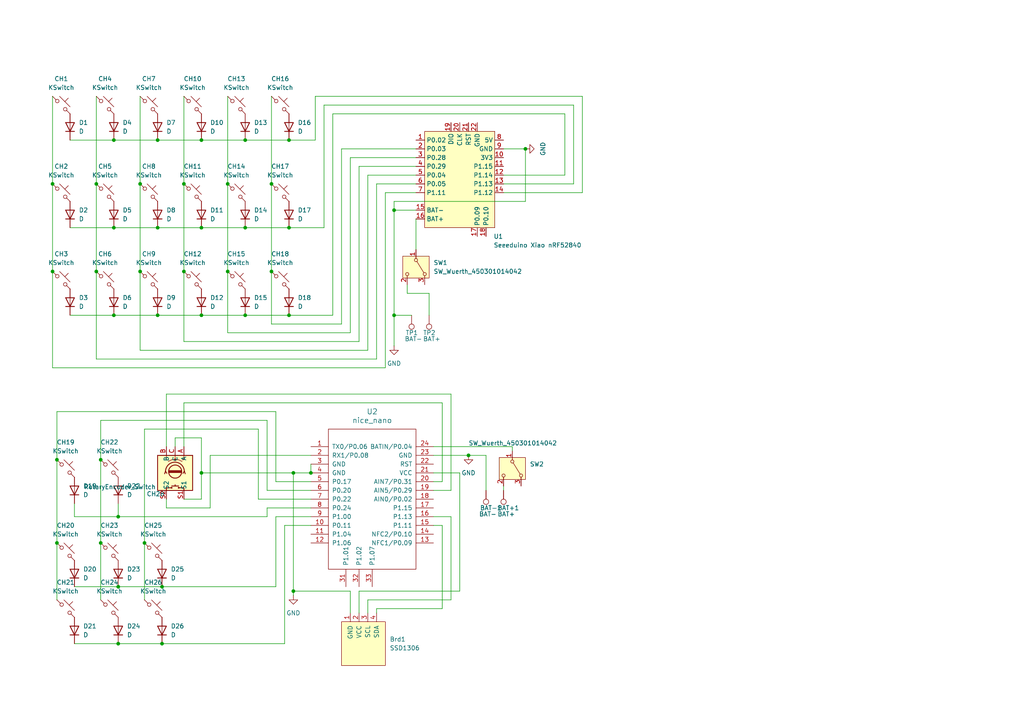
<source format=kicad_sch>
(kicad_sch (version 20231120) (generator "eeschema") (generator_version "8.0")
  (paper "A4")
  (lib_symbols
    (symbol "Connector:TestPoint" (pin_numbers hide) (pin_names (offset 0.762) hide)
      (property "Reference" "TP" (at 0 6.858 0))
      (property "Value" "TestPoint" (at 0 5.08 0))
      (symbol "TestPoint_0_1"
        (circle (center 0 3.302) (radius 0.762))
      )
      (symbol "TestPoint_1_1"
        (pin passive line (at 0 0 90) (length 2.54) (name "1") (number "1"))
      )
    )
    (symbol "Device:D" (pin_numbers hide) (pin_names (offset 1.016) hide)
      (property "Reference" "D" (at 0 2.54 0))
      (property "Value" "D" (at 0 -2.54 0))
      (symbol "D_0_1"
        (polyline (pts (xy -1.27 1.27) (xy -1.27 -1.27)) (stroke (width 0.254)))
        (polyline (pts (xy 1.27 0) (xy -1.27 0)))
        (polyline (pts (xy 1.27 1.27) (xy 1.27 -1.27) (xy -1.27 0) (xy 1.27 1.27)) (stroke (width 0.254)))
      )
      (symbol "D_1_1"
        (pin passive line (at -3.81 0 0) (length 2.54) (name "K") (number "1"))
        (pin passive line (at 3.81 0 180) (length 2.54) (name "A") (number "2"))
      )
    )
    (symbol "Device:RotaryEncoder_Switch" (pin_names (offset 0.254))
      (property "Reference" "SW" (at 0 6.604 0))
      (property "Value" "RotaryEncoder_Switch" (at 0 -6.604 0))
      (symbol "RotaryEncoder_Switch_0_1"
        (rectangle (start -5.08 5.08) (end 5.08 -5.08) (stroke (width 0.254)) (fill (type background)))
        (circle (center -3.81 0) (radius 0.254) (fill (type outline)))
        (circle (center -0.381 0) (radius 1.905) (stroke (width 0.254)))
        (arc (start -0.381 2.667) (mid -3.0988 -0.0635) (end -0.381 -2.794) (stroke (width 0.254)))
        (polyline (pts (xy -0.635 -1.778) (xy -0.635 1.778)) (stroke (width 0.254)))
        (polyline (pts (xy -0.381 -1.778) (xy -0.381 1.778)) (stroke (width 0.254)))
        (polyline (pts (xy -0.127 1.778) (xy -0.127 -1.778)) (stroke (width 0.254)))
        (polyline (pts (xy 3.81 0) (xy 3.429 0)) (stroke (width 0.254)))
        (polyline (pts (xy 3.81 1.016) (xy 3.81 -1.016)) (stroke (width 0.254)))
        (polyline (pts (xy -5.08 -2.54) (xy -3.81 -2.54) (xy -3.81 -2.032)))
        (polyline (pts (xy -5.08 2.54) (xy -3.81 2.54) (xy -3.81 2.032)))
        (polyline (pts (xy 0.254 -3.048) (xy -0.508 -2.794) (xy 0.127 -2.413)) (stroke (width 0.254)))
        (polyline (pts (xy 0.254 2.921) (xy -0.508 2.667) (xy 0.127 2.286)) (stroke (width 0.254)))
        (polyline (pts (xy 5.08 -2.54) (xy 4.318 -2.54) (xy 4.318 -1.016)) (stroke (width 0.254)))
        (polyline (pts (xy 5.08 2.54) (xy 4.318 2.54) (xy 4.318 1.016)) (stroke (width 0.254)))
        (polyline (pts (xy -5.08 0) (xy -3.81 0) (xy -3.81 -1.016) (xy -3.302 -2.032)))
        (polyline (pts (xy -4.318 0) (xy -3.81 0) (xy -3.81 1.016) (xy -3.302 2.032)))
        (circle (center 4.318 -1.016) (radius 0.127) (stroke (width 0.254)))
        (circle (center 4.318 1.016) (radius 0.127) (stroke (width 0.254)))
      )
      (symbol "RotaryEncoder_Switch_1_1"
        (pin passive line (at -7.62 2.54 0) (length 2.54) (name "A") (number "A"))
        (pin passive line (at -7.62 -2.54 0) (length 2.54) (name "B") (number "B"))
        (pin passive line (at -7.62 0 0) (length 2.54) (name "C") (number "C"))
        (pin passive line (at 7.62 2.54 180) (length 2.54) (name "S1") (number "S1"))
        (pin passive line (at 7.62 -2.54 180) (length 2.54) (name "S2") (number "S2"))
      )
    )
    (symbol "SSD1306-128x64_OLED:SSD1306" (pin_names (offset 1.016))
      (property "Reference" "Brd" (at 0 -3.81 0))
      (property "Value" "SSD1306" (at 0 -1.27 0))
      (symbol "SSD1306_0_1"
        (rectangle (start -6.35 6.35) (end 6.35 -6.35) (fill (type background)))
      )
      (symbol "SSD1306_1_1"
        (pin input line (at -3.81 8.89 270) (length 2.54) (name "GND") (number "1"))
        (pin input line (at -1.27 8.89 270) (length 2.54) (name "VCC") (number "2"))
        (pin input line (at 1.27 8.89 270) (length 2.54) (name "SCL") (number "3"))
        (pin input line (at 3.81 8.89 270) (length 2.54) (name "SDA") (number "4"))
      )
    )
    (symbol "Switch:SW_Wuerth_450301014042" (pin_names (offset 1) hide)
      (property "Reference" "SW" (at 0 5.08 0))
      (property "Value" "SW_Wuerth_450301014042" (at 0 -5.08 0))
      (symbol "SW_Wuerth_450301014042_0_1"
        (circle (center -2.032 0) (radius 0.4572))
        (polyline (pts (xy -1.651 0.254) (xy 1.651 2.286)))
        (circle (center 2.032 -2.54) (radius 0.4572))
        (circle (center 2.032 2.54) (radius 0.4572))
      )
      (symbol "SW_Wuerth_450301014042_1_1"
        (rectangle (start -3.175 3.81) (end 3.175 -3.81) (fill (type background)))
        (pin passive line (at -5.08 0 0) (length 2.54) (name "B") (number "1"))
        (pin passive line (at 5.08 -2.54 180) (length 2.54) (name "C") (number "2"))
        (pin passive line (at 5.08 2.54 180) (length 2.54) (name "A") (number "3"))
      )
    )
    (symbol "marbastlib-choc:choc_v1_SW_HS_CPG135001S30" (pin_numbers hide) (pin_names (offset 1.016) hide)
      (property "Reference" "CH" (at 3.048 1.016 0))
      (property "Value" "choc_v1_SW_HS" (at 0 -3.81 0))
      (symbol "choc_v1_SW_HS_CPG135001S30_0_1"
        (circle (center -1.1684 1.1684) (radius 0.508))
        (polyline (pts (xy -0.508 2.54) (xy 2.54 -0.508)))
        (polyline (pts (xy 1.016 1.016) (xy 2.032 2.032)))
        (polyline (pts (xy -2.54 2.54) (xy -1.524 1.524) (xy -1.524 1.524)))
        (polyline (pts (xy 1.524 -1.524) (xy 2.54 -2.54) (xy 2.54 -2.54) (xy 2.54 -2.54)))
        (circle (center 1.143 -1.1938) (radius 0.508))
        (pin passive line (at -2.54 2.54 0) (length 0) (name "1") (number "1"))
        (pin passive line (at 2.54 -2.54 180) (length 0) (name "2") (number "2"))
      )
    )
    (symbol "marbastlib-promicroish:Seeeduino_Xiao_nRF52840" (in_bom no)
      (property "Reference" "U" (at -10.16 -12.7 0))
      (property "Value" "Seeeduino Xiao nRF52840" (at -10.16 -15.24 0))
      (symbol "Seeeduino_Xiao_nRF52840_1_0"
        (pin bidirectional line (at -12.7 13.97 0) (length 2.54) (name "P0.02") (number "1"))
        (pin power_out line (at 12.7 8.89 180) (length 2.54) (name "3V3") (number "10"))
        (pin bidirectional line (at 12.7 6.35 180) (length 2.54) (name "P1.15") (number "11"))
        (pin bidirectional line (at 12.7 3.81 180) (length 2.54) (name "P1.14") (number "12"))
        (pin bidirectional line (at 12.7 1.27 180) (length 2.54) (name "P1.13") (number "13"))
        (pin bidirectional line (at 12.7 -1.27 180) (length 2.54) (name "P1.12") (number "14"))
        (pin power_in line (at -12.7 -6.35 0) (length 2.54) (name "BAT-") (number "15"))
        (pin power_in line (at -12.7 -8.89 0) (length 2.54) (name "BAT+") (number "16"))
        (pin bidirectional line (at 5.08 -13.97 90) (length 2.54) (name "P0.09") (number "17"))
        (pin bidirectional line (at 7.62 -13.97 90) (length 2.54) (name "P0.10") (number "18"))
        (pin bidirectional line (at -2.54 19.05 270) (length 2.54) (name "DIO") (number "19"))
        (pin bidirectional line (at -12.7 11.43 0) (length 2.54) (name "P0.03") (number "2"))
        (pin bidirectional line (at 0 19.05 270) (length 2.54) (name "CLK") (number "20"))
        (pin bidirectional line (at 2.54 19.05 270) (length 2.54) (name "RST") (number "21"))
        (pin power_out line (at 5.08 19.05 270) (length 2.54) (name "GND") (number "22"))
        (pin bidirectional line (at -12.7 8.89 0) (length 2.54) (name "P0.28") (number "3"))
        (pin bidirectional line (at -12.7 6.35 0) (length 2.54) (name "P0.29") (number "4"))
        (pin bidirectional line (at -12.7 3.81 0) (length 2.54) (name "P0.04") (number "5"))
        (pin bidirectional line (at -12.7 1.27 0) (length 2.54) (name "P0.05") (number "6"))
        (pin bidirectional line (at -12.7 -1.27 0) (length 2.54) (name "P1.11") (number "7"))
        (pin power_out line (at 12.7 13.97 180) (length 2.54) (name "5V") (number "8"))
        (pin power_out line (at 12.7 11.43 180) (length 2.54) (name "GND") (number "9"))
      )
      (symbol "Seeeduino_Xiao_nRF52840_1_1"
        (rectangle (start -10.16 16.51) (end 10.16 -11.43) (fill (type background)))
      )
    )
    (symbol "nice_nano:nice_nano" (pin_names (offset 1.016))
      (property "Reference" "U" (at 0 0 0))
      (property "Value" "nice_nano" (at 0 2.54 0))
      (symbol "nice_nano_0_1"
        (rectangle (start -12.7 -21.59) (end 12.7 19.05))
      )
      (symbol "nice_nano_1_1"
        (pin input line (at -17.78 13.97 0) (length 5.08) (name "TX0/P0.06") (number "1"))
        (pin input line (at -17.78 -8.89 0) (length 5.08) (name "P0.11") (number "10"))
        (pin input line (at -17.78 -11.43 0) (length 5.08) (name "P1.04") (number "11"))
        (pin input line (at -17.78 -13.97 0) (length 5.08) (name "P1.06") (number "12"))
        (pin input line (at 17.78 -13.97 180) (length 5.08) (name "NFC1/P0.09") (number "13"))
        (pin input line (at 17.78 -11.43 180) (length 5.08) (name "NFC2/P0.10") (number "14"))
        (pin input line (at 17.78 -8.89 180) (length 5.08) (name "P1.11") (number "15"))
        (pin input line (at 17.78 -6.35 180) (length 5.08) (name "P1.13") (number "16"))
        (pin input line (at 17.78 -3.81 180) (length 5.08) (name "P1.15") (number "17"))
        (pin input line (at 17.78 -1.27 180) (length 5.08) (name "AIN0/P0.02") (number "18"))
        (pin input line (at 17.78 1.27 180) (length 5.08) (name "AIN5/P0.29") (number "19"))
        (pin input line (at -17.78 11.43 0) (length 5.08) (name "RX1/P0.08") (number "2"))
        (pin input line (at 17.78 3.81 180) (length 5.08) (name "AIN7/P0.31") (number "20"))
        (pin input line (at 17.78 6.35 180) (length 5.08) (name "VCC") (number "21"))
        (pin input line (at 17.78 8.89 180) (length 5.08) (name "RST") (number "22"))
        (pin input line (at 17.78 11.43 180) (length 5.08) (name "GND") (number "23"))
        (pin input line (at 17.78 13.97 180) (length 5.08) (name "BATIN/P0.04") (number "24"))
        (pin input line (at -17.78 8.89 0) (length 5.08) (name "GND") (number "3"))
        (pin input line (at -7.62 -26.67 90) (length 5.08) (name "P1.01") (number "31"))
        (pin input line (at -3.81 -26.67 90) (length 5.08) (name "P1.02") (number "32"))
        (pin input line (at 0 -26.67 90) (length 5.08) (name "P1.07") (number "33"))
        (pin input line (at -17.78 6.35 0) (length 5.08) (name "GND") (number "4"))
        (pin input line (at -17.78 3.81 0) (length 5.08) (name "P0.17") (number "5"))
        (pin input line (at -17.78 1.27 0) (length 5.08) (name "P0.20") (number "6"))
        (pin input line (at -17.78 -1.27 0) (length 5.08) (name "P0.22") (number "7"))
        (pin input line (at -17.78 -3.81 0) (length 5.08) (name "P0.24") (number "8"))
        (pin input line (at -17.78 -6.35 0) (length 5.08) (name "P1.00") (number "9"))
      )
    )
    (symbol "power:GND" (power) (pin_numbers hide) (pin_names (offset 0) hide)
      (property "Value" "GND" (at 0 -3.81 0))
      (symbol "GND_0_1"
        (polyline (pts (xy 0 0) (xy 0 -1.27) (xy 1.27 -1.27) (xy 0 -2.54) (xy -1.27 -1.27) (xy 0 -1.27)))
      )
      (symbol "GND_1_1"
        (pin power_in line (at 0 0 270) (length 0) (name "~") (number "1"))
      )
    )
  )
  (junction (at 45.72 40.64))
  (junction (at 53.34 78.74))
  (junction (at 66.04 53.34))
  (junction (at 40.64 53.34))
  (junction (at 46.99 170.18))
  (junction (at 34.29 149.86))
  (junction (at 33.02 40.64))
  (junction (at 27.94 78.74))
  (junction (at 83.82 66.04))
  (junction (at 58.42 91.44))
  (junction (at 40.64 78.74))
  (junction (at 85.09 137.16))
  (junction (at 114.3 60.96))
  (junction (at 16.51 133.35))
  (junction (at 15.24 78.74))
  (junction (at 71.12 91.44))
  (junction (at 33.02 91.44))
  (junction (at 53.34 53.34))
  (junction (at 78.74 78.74))
  (junction (at 33.02 66.04))
  (junction (at 152.4 43.18))
  (junction (at 45.72 66.04))
  (junction (at 58.42 66.04))
  (junction (at 83.82 40.64))
  (junction (at 58.42 137.16))
  (junction (at 46.99 186.69))
  (junction (at 83.82 91.44))
  (junction (at 34.29 170.18))
  (junction (at 58.42 40.64))
  (junction (at 29.21 157.48))
  (junction (at 78.74 53.34))
  (junction (at 27.94 53.34))
  (junction (at 16.51 157.48))
  (junction (at 45.72 91.44))
  (junction (at 34.29 186.69))
  (junction (at 71.12 40.64))
  (junction (at 114.3 91.44))
  (junction (at 66.04 78.74))
  (junction (at 90.17 137.16))
  (junction (at 15.24 53.34))
  (junction (at 29.21 133.35))
  (junction (at 71.12 66.04))
  (junction (at 135.89 132.08))
  (junction (at 41.91 157.48))
  (junction (at 85.09 171.45))
  (wire (pts (xy 46.99 170.18) (xy 80.01 170.18)))
  (wire (pts (xy 114.3 91.44) (xy 119.38 91.44)))
  (wire (pts (xy 21.59 149.86) (xy 34.29 149.86)))
  (wire (pts (xy 78.74 78.74) (xy 78.74 93.98)))
  (wire (pts (xy 109.22 53.34) (xy 120.65 53.34)))
  (wire (pts (xy 77.47 121.92) (xy 77.47 142.24)))
  (wire (pts (xy 27.94 27.94) (xy 27.94 53.34)))
  (wire (pts (xy 74.93 144.78) (xy 90.17 144.78)))
  (wire (pts (xy 91.44 40.64) (xy 91.44 27.94)))
  (wire (pts (xy 96.52 91.44) (xy 96.52 33.02)))
  (wire (pts (xy 135.89 132.08) (xy 140.97 132.08)))
  (wire (pts (xy 46.99 186.69) (xy 82.55 186.69)))
  (wire (pts (xy 15.24 78.74) (xy 15.24 53.34)))
  (wire (pts (xy 60.96 147.32) (xy 60.96 132.08)))
  (wire (pts (xy 133.35 137.16) (xy 125.73 137.16)))
  (wire (pts (xy 101.6 171.45) (xy 85.09 171.45)))
  (wire (pts (xy 101.6 45.72) (xy 120.65 45.72)))
  (wire (pts (xy 85.09 171.45) (xy 85.09 172.72)))
  (wire (pts (xy 48.26 144.78) (xy 48.26 147.32)))
  (wire (pts (xy 80.01 149.86) (xy 80.01 170.18)))
  (wire (pts (xy 82.55 152.4) (xy 82.55 186.69)))
  (wire (pts (xy 93.98 30.48) (xy 166.37 30.48)))
  (wire (pts (xy 27.94 104.14) (xy 109.22 104.14)))
  (wire (pts (xy 20.32 91.44) (xy 33.02 91.44)))
  (wire (pts (xy 33.02 40.64) (xy 45.72 40.64)))
  (wire (pts (xy 34.29 149.86) (xy 77.47 149.86)))
  (wire (pts (xy 29.21 121.92) (xy 29.21 133.35)))
  (wire (pts (xy 34.29 186.69) (xy 46.99 186.69)))
  (wire (pts (xy 128.27 152.4) (xy 125.73 152.4)))
  (wire (pts (xy 33.02 66.04) (xy 45.72 66.04)))
  (wire (pts (xy 16.51 119.38) (xy 16.51 133.35)))
  (wire (pts (xy 27.94 78.74) (xy 27.94 104.14)))
  (wire (pts (xy 66.04 96.52) (xy 101.6 96.52)))
  (wire (pts (xy 77.47 142.24) (xy 90.17 142.24)))
  (wire (pts (xy 53.34 78.74) (xy 53.34 99.06)))
  (wire (pts (xy 104.14 48.26) (xy 104.14 99.06)))
  (wire (pts (xy 101.6 177.8) (xy 101.6 171.45)))
  (wire (pts (xy 66.04 53.34) (xy 66.04 78.74)))
  (wire (pts (xy 77.47 147.32) (xy 90.17 147.32)))
  (wire (pts (xy 128.27 176.53) (xy 128.27 152.4)))
  (wire (pts (xy 152.4 43.18) (xy 152.4 58.42)))
  (wire (pts (xy 71.12 40.64) (xy 83.82 40.64)))
  (wire (pts (xy 130.81 173.99) (xy 130.81 149.86)))
  (wire (pts (xy 114.3 58.42) (xy 152.4 58.42)))
  (wire (pts (xy 74.93 124.46) (xy 74.93 144.78)))
  (wire (pts (xy 125.73 132.08) (xy 135.89 132.08)))
  (wire (pts (xy 21.59 170.18) (xy 34.29 170.18)))
  (wire (pts (xy 78.74 93.98) (xy 99.06 93.98)))
  (wire (pts (xy 58.42 137.16) (xy 58.42 144.78)))
  (wire (pts (xy 130.81 142.24) (xy 125.73 142.24)))
  (wire (pts (xy 114.3 60.96) (xy 114.3 91.44)))
  (wire (pts (xy 48.26 147.32) (xy 60.96 147.32)))
  (wire (pts (xy 66.04 27.94) (xy 66.04 53.34)))
  (wire (pts (xy 71.12 91.44) (xy 83.82 91.44)))
  (wire (pts (xy 125.73 129.54) (xy 148.59 129.54)))
  (wire (pts (xy 125.73 139.7) (xy 128.27 139.7)))
  (wire (pts (xy 166.37 30.48) (xy 166.37 53.34)))
  (wire (pts (xy 16.51 133.35) (xy 16.51 157.48)))
  (wire (pts (xy 140.97 132.08) (xy 140.97 142.24)))
  (wire (pts (xy 120.65 63.5) (xy 120.65 72.39)))
  (wire (pts (xy 34.29 149.86) (xy 34.29 146.05)))
  (wire (pts (xy 168.91 27.94) (xy 168.91 55.88)))
  (wire (pts (xy 53.34 27.94) (xy 53.34 53.34)))
  (wire (pts (xy 80.01 119.38) (xy 80.01 139.7)))
  (wire (pts (xy 106.68 50.8) (xy 106.68 101.6)))
  (wire (pts (xy 48.26 114.3) (xy 130.81 114.3)))
  (wire (pts (xy 53.34 129.54) (xy 53.34 116.84)))
  (wire (pts (xy 16.51 157.48) (xy 16.51 173.99)))
  (wire (pts (xy 106.68 50.8) (xy 120.65 50.8)))
  (wire (pts (xy 15.24 78.74) (xy 15.24 106.68)))
  (wire (pts (xy 58.42 66.04) (xy 71.12 66.04)))
  (wire (pts (xy 83.82 66.04) (xy 93.98 66.04)))
  (wire (pts (xy 104.14 177.8) (xy 104.14 171.45)))
  (wire (pts (xy 40.64 53.34) (xy 40.64 78.74)))
  (wire (pts (xy 53.34 116.84) (xy 128.27 116.84)))
  (wire (pts (xy 93.98 66.04) (xy 93.98 30.48)))
  (wire (pts (xy 15.24 106.68) (xy 111.76 106.68)))
  (wire (pts (xy 80.01 149.86) (xy 90.17 149.86)))
  (wire (pts (xy 104.14 171.45) (xy 133.35 171.45)))
  (wire (pts (xy 60.96 132.08) (xy 90.17 132.08)))
  (wire (pts (xy 120.65 60.96) (xy 114.3 60.96)))
  (wire (pts (xy 99.06 43.18) (xy 120.65 43.18)))
  (wire (pts (xy 114.3 60.96) (xy 114.3 58.42)))
  (wire (pts (xy 16.51 119.38) (xy 80.01 119.38)))
  (wire (pts (xy 83.82 91.44) (xy 96.52 91.44)))
  (wire (pts (xy 114.3 91.44) (xy 114.3 100.33)))
  (wire (pts (xy 82.55 152.4) (xy 90.17 152.4)))
  (wire (pts (xy 45.72 40.64) (xy 58.42 40.64)))
  (wire (pts (xy 21.59 186.69) (xy 34.29 186.69)))
  (wire (pts (xy 91.44 27.94) (xy 168.91 27.94)))
  (wire (pts (xy 66.04 78.74) (xy 66.04 96.52)))
  (wire (pts (xy 130.81 149.86) (xy 125.73 149.86)))
  (wire (pts (xy 53.34 144.78) (xy 58.42 144.78)))
  (wire (pts (xy 109.22 53.34) (xy 109.22 104.14)))
  (wire (pts (xy 83.82 40.64) (xy 91.44 40.64)))
  (wire (pts (xy 146.05 53.34) (xy 166.37 53.34)))
  (wire (pts (xy 163.83 50.8) (xy 146.05 50.8)))
  (wire (pts (xy 128.27 116.84) (xy 128.27 139.7)))
  (wire (pts (xy 50.8 129.54) (xy 50.8 127)))
  (wire (pts (xy 109.22 176.53) (xy 128.27 176.53)))
  (wire (pts (xy 40.64 27.94) (xy 40.64 53.34)))
  (wire (pts (xy 130.81 114.3) (xy 130.81 142.24)))
  (wire (pts (xy 21.59 149.86) (xy 21.59 146.05)))
  (wire (pts (xy 85.09 137.16) (xy 90.17 137.16)))
  (wire (pts (xy 101.6 45.72) (xy 101.6 96.52)))
  (wire (pts (xy 33.02 91.44) (xy 45.72 91.44)))
  (wire (pts (xy 152.4 43.18) (xy 146.05 43.18)))
  (wire (pts (xy 80.01 139.7) (xy 90.17 139.7)))
  (wire (pts (xy 109.22 176.53) (xy 109.22 177.8)))
  (wire (pts (xy 40.64 101.6) (xy 106.68 101.6)))
  (wire (pts (xy 53.34 99.06) (xy 104.14 99.06)))
  (wire (pts (xy 104.14 48.26) (xy 120.65 48.26)))
  (wire (pts (xy 20.32 66.04) (xy 33.02 66.04)))
  (wire (pts (xy 40.64 78.74) (xy 40.64 101.6)))
  (wire (pts (xy 53.34 53.34) (xy 53.34 78.74)))
  (wire (pts (xy 148.59 129.54) (xy 148.59 130.81)))
  (wire (pts (xy 146.05 140.97) (xy 146.05 142.24)))
  (wire (pts (xy 45.72 91.44) (xy 58.42 91.44)))
  (wire (pts (xy 74.93 124.46) (xy 41.91 124.46)))
  (wire (pts (xy 58.42 91.44) (xy 71.12 91.44)))
  (wire (pts (xy 90.17 134.62) (xy 90.17 137.16)))
  (wire (pts (xy 71.12 66.04) (xy 83.82 66.04)))
  (wire (pts (xy 15.24 53.34) (xy 15.24 27.94)))
  (wire (pts (xy 41.91 157.48) (xy 41.91 173.99)))
  (wire (pts (xy 111.76 55.88) (xy 111.76 106.68)))
  (wire (pts (xy 20.32 40.64) (xy 33.02 40.64)))
  (wire (pts (xy 163.83 33.02) (xy 163.83 50.8)))
  (wire (pts (xy 118.11 85.09) (xy 118.11 82.55)))
  (wire (pts (xy 133.35 171.45) (xy 133.35 137.16)))
  (wire (pts (xy 29.21 157.48) (xy 29.21 173.99)))
  (wire (pts (xy 106.68 177.8) (xy 106.68 173.99)))
  (wire (pts (xy 78.74 27.94) (xy 78.74 53.34)))
  (wire (pts (xy 29.21 121.92) (xy 77.47 121.92)))
  (wire (pts (xy 77.47 149.86) (xy 77.47 147.32)))
  (wire (pts (xy 29.21 133.35) (xy 29.21 157.48)))
  (wire (pts (xy 50.8 127) (xy 58.42 127)))
  (wire (pts (xy 111.76 55.88) (xy 120.65 55.88)))
  (wire (pts (xy 34.29 170.18) (xy 46.99 170.18)))
  (wire (pts (xy 78.74 53.34) (xy 78.74 78.74)))
  (wire (pts (xy 48.26 129.54) (xy 48.26 114.3)))
  (wire (pts (xy 27.94 53.34) (xy 27.94 78.74)))
  (wire (pts (xy 96.52 33.02) (xy 163.83 33.02)))
  (wire (pts (xy 58.42 137.16) (xy 85.09 137.16)))
  (wire (pts (xy 41.91 124.46) (xy 41.91 157.48)))
  (wire (pts (xy 106.68 173.99) (xy 130.81 173.99)))
  (wire (pts (xy 58.42 127) (xy 58.42 137.16)))
  (wire (pts (xy 85.09 171.45) (xy 85.09 137.16)))
  (wire (pts (xy 58.42 40.64) (xy 71.12 40.64)))
  (wire (pts (xy 124.46 85.09) (xy 118.11 85.09)))
  (wire (pts (xy 45.72 66.04) (xy 58.42 66.04)))
  (wire (pts (xy 99.06 93.98) (xy 99.06 43.18)))
  (wire (pts (xy 146.05 55.88) (xy 168.91 55.88)))
  (wire (pts (xy 124.46 91.44) (xy 124.46 85.09)))
  (symbol (lib_id "marbastlib-choc:choc_v1_SW_HS_CPG135001S30") (at 31.75 135.89 0) (unit 1)
    (property "Reference" "CH22" (at 31.75 128.27 0))
    (property "Value" "KSwitch" (at 31.75 130.81 0))
    (property "Footprint" "keyswitches:Kailh_socket_PG1350_reversible" (effects (hide yes)))
    (property "Description" "Push button switch, normally open, two pins, 45° tilted" (effects (hide yes)))
  )
  (symbol (lib_id "Connector:TestPoint") (at 146.05 142.24 180) (unit 1)
    (property "Reference" "BAT+1" (at 144.272 147.32 0) (effects (justify right)))
    (property "Value" "BAT+" (at 144.272 149.098 0) (effects (justify right)))
    (property "Footprint" "TestPoint:TestPoint_THTPad_D2.0mm_Drill1.0mm" (effects (hide yes)))
    (property "Description" "test point" (effects (hide yes)))
  )
  (symbol (lib_id "marbastlib-choc:choc_v1_SW_HS_CPG135001S30") (at 68.58 55.88 0) (unit 1)
    (property "Reference" "CH14" (at 68.58 48.26 0))
    (property "Value" "KSwitch" (at 68.58 50.8 0))
    (property "Footprint" "keyswitches:Kailh_socket_PG1350_reversible" (effects (hide yes)))
    (property "Description" "Push button switch, normally open, two pins, 45° tilted" (effects (hide yes)))
  )
  (symbol (lib_id "marbastlib-choc:choc_v1_SW_HS_CPG135001S30") (at 43.18 30.48 0) (unit 1)
    (property "Reference" "CH7" (at 43.18 22.86 0))
    (property "Value" "KSwitch" (at 43.18 25.4 0))
    (property "Footprint" "keyswitches:Kailh_socket_PG1350_reversible" (effects (hide yes)))
    (property "Description" "Push button switch, normally open, two pins, 45° tilted" (effects (hide yes)))
  )
  (symbol (lib_id "SSD1306-128x64_OLED:SSD1306") (at 105.41 186.69 0) (unit 1)
    (property "Reference" "Brd1" (at 113.03 185.4199 0) (effects (justify left)))
    (property "Value" "SSD1306" (at 113.03 187.9599 0) (effects (justify left)))
    (property "Footprint" "SSD1306:128x64OLED_0.91" (effects (hide yes)))
    (property "Description" "SSD1306 OLED" (effects (hide yes)))
  )
  (symbol (lib_id "marbastlib-choc:choc_v1_SW_HS_CPG135001S30") (at 81.28 55.88 0) (unit 1)
    (property "Reference" "CH17" (at 81.28 48.26 0))
    (property "Value" "KSwitch" (at 81.28 50.8 0))
    (property "Footprint" "keyswitches:Kailh_socket_PG1350_reversible" (effects (hide yes)))
    (property "Description" "Push button switch, normally open, two pins, 45° tilted" (effects (hide yes)))
  )
  (symbol (lib_id "marbastlib-choc:choc_v1_SW_HS_CPG135001S30") (at 81.28 30.48 0) (unit 1)
    (property "Reference" "CH16" (at 81.28 22.86 0))
    (property "Value" "KSwitch" (at 81.28 25.4 0))
    (property "Footprint" "keyswitches:Kailh_socket_PG1350_reversible" (effects (hide yes)))
    (property "Description" "Push button switch, normally open, two pins, 45° tilted" (effects (hide yes)))
  )
  (symbol (lib_id "Device:D") (at 34.29 142.24 90) (unit 1)
    (property "Reference" "D22" (at 36.83 140.9699 90) (effects (justify right)))
    (property "Value" "D" (at 36.83 143.5099 90) (effects (justify right)))
    (property "Footprint" "Diode_SMD:Nexperia_CFP3_SOD-123W" (effects (hide yes)))
    (property "Description" "Diode" (effects (hide yes)))
    (property "Sim.Device" "D" (effects (hide yes)))
    (property "Sim.Pins" "1=K 2=A" (effects (hide yes)))
  )
  (symbol (lib_id "marbastlib-choc:choc_v1_SW_HS_CPG135001S30") (at 31.75 176.53 0) (unit 1)
    (property "Reference" "CH24" (at 31.75 168.91 0))
    (property "Value" "KSwitch" (at 31.75 171.45 0))
    (property "Footprint" "keyswitches:Kailh_socket_PG1350_reversible" (effects (hide yes)))
    (property "Description" "Push button switch, normally open, two pins, 45° tilted" (effects (hide yes)))
  )
  (symbol (lib_id "Device:RotaryEncoder_Switch") (at 50.8 137.16 270) (unit 1)
    (property "Reference" "CH28" (at 47.752 143.256 90) (effects (justify right)))
    (property "Value" "RotaryEncoder_Switch" (at 45.212 141.224 90) (effects (justify right)))
    (property "Footprint" "Rotary_Encoder:RotaryEncoder_Bourns_Vertical_PEL11L-4xxxF-Sxxxx_1" (effects (hide yes)))
    (property "Description" "Rotary encoder, dual channel, incremental quadrate outputs, with switch" (effects (hide yes)))
  )
  (symbol (lib_id "Device:D") (at 46.99 182.88 90) (unit 1)
    (property "Reference" "D26" (at 49.53 181.6099 90) (effects (justify right)))
    (property "Value" "D" (at 49.53 184.1499 90) (effects (justify right)))
    (property "Footprint" "Diode_SMD:Nexperia_CFP3_SOD-123W" (effects (hide yes)))
    (property "Description" "Diode" (effects (hide yes)))
    (property "Sim.Device" "D" (effects (hide yes)))
    (property "Sim.Pins" "1=K 2=A" (effects (hide yes)))
  )
  (symbol (lib_id "marbastlib-choc:choc_v1_SW_HS_CPG135001S30") (at 68.58 81.28 0) (unit 1)
    (property "Reference" "CH15" (at 68.58 73.66 0))
    (property "Value" "KSwitch" (at 68.58 76.2 0))
    (property "Footprint" "keyswitches:Kailh_socket_PG1350_reversible" (effects (hide yes)))
    (property "Description" "Push button switch, normally open, two pins, 45° tilted" (effects (hide yes)))
  )
  (symbol (lib_id "Device:D") (at 58.42 62.23 90) (unit 1)
    (property "Reference" "D11" (at 60.96 60.9599 90) (effects (justify right)))
    (property "Value" "D" (at 60.96 63.4999 90) (effects (justify right)))
    (property "Footprint" "Diode_SMD:Nexperia_CFP3_SOD-123W" (effects (hide yes)))
    (property "Description" "Diode" (effects (hide yes)))
    (property "Sim.Device" "D" (effects (hide yes)))
    (property "Sim.Pins" "1=K 2=A" (effects (hide yes)))
  )
  (symbol (lib_id "marbastlib-choc:choc_v1_SW_HS_CPG135001S30") (at 68.58 30.48 0) (unit 1)
    (property "Reference" "CH13" (at 68.58 22.86 0))
    (property "Value" "KSwitch" (at 68.58 25.4 0))
    (property "Footprint" "keyswitches:Kailh_socket_PG1350_reversible" (effects (hide yes)))
    (property "Description" "Push button switch, normally open, two pins, 45° tilted" (effects (hide yes)))
  )
  (symbol (lib_id "marbastlib-choc:choc_v1_SW_HS_CPG135001S30") (at 81.28 81.28 0) (unit 1)
    (property "Reference" "CH18" (at 81.28 73.66 0))
    (property "Value" "KSwitch" (at 81.28 76.2 0))
    (property "Footprint" "keyswitches:Kailh_socket_PG1350_reversible" (effects (hide yes)))
    (property "Description" "Push button switch, normally open, two pins, 45° tilted" (effects (hide yes)))
  )
  (symbol (lib_id "marbastlib-choc:choc_v1_SW_HS_CPG135001S30") (at 17.78 55.88 0) (unit 1)
    (property "Reference" "CH2" (at 17.78 48.26 0))
    (property "Value" "KSwitch" (at 17.78 50.8 0))
    (property "Footprint" "keyswitches:Kailh_socket_PG1350_reversible" (effects (hide yes)))
    (property "Description" "Push button switch, normally open, two pins, 45° tilted" (effects (hide yes)))
  )
  (symbol (lib_id "marbastlib-choc:choc_v1_SW_HS_CPG135001S30") (at 30.48 30.48 0) (unit 1)
    (property "Reference" "CH4" (at 30.48 22.86 0))
    (property "Value" "KSwitch" (at 30.48 25.4 0))
    (property "Footprint" "keyswitches:Kailh_socket_PG1350_reversible" (effects (hide yes)))
    (property "Description" "Push button switch, normally open, two pins, 45° tilted" (effects (hide yes)))
  )
  (symbol (lib_id "Device:D") (at 33.02 62.23 90) (unit 1)
    (property "Reference" "D5" (at 35.56 60.9599 90) (effects (justify right)))
    (property "Value" "D" (at 35.56 63.4999 90) (effects (justify right)))
    (property "Footprint" "Diode_SMD:Nexperia_CFP3_SOD-123W" (effects (hide yes)))
    (property "Description" "Diode" (effects (hide yes)))
    (property "Sim.Device" "D" (effects (hide yes)))
    (property "Sim.Pins" "1=K 2=A" (effects (hide yes)))
  )
  (symbol (lib_id "marbastlib-choc:choc_v1_SW_HS_CPG135001S30") (at 55.88 55.88 0) (unit 1)
    (property "Reference" "CH11" (at 55.88 48.26 0))
    (property "Value" "KSwitch" (at 55.88 50.8 0))
    (property "Footprint" "keyswitches:Kailh_socket_PG1350_reversible" (effects (hide yes)))
    (property "Description" "Push button switch, normally open, two pins, 45° tilted" (effects (hide yes)))
  )
  (symbol (lib_id "nice_nano:nice_nano") (at 107.95 143.51 0) (unit 1)
    (property "Reference" "U2" (at 107.95 119.38 0) (effects (font (size 1.524 1.524))))
    (property "Value" "nice_nano" (at 107.95 121.92 0) (effects (font (size 1.524 1.524))))
    (property "Footprint" "nice-nano-kicad:nice_nano" (effects (hide yes)))
  )
  (symbol (lib_id "Device:D") (at 20.32 87.63 90) (unit 1)
    (property "Reference" "D3" (at 22.86 86.3599 90) (effects (justify right)))
    (property "Value" "D" (at 22.86 88.8999 90) (effects (justify right)))
    (property "Footprint" "Diode_SMD:Nexperia_CFP3_SOD-123W" (effects (hide yes)))
    (property "Description" "Diode" (effects (hide yes)))
    (property "Sim.Device" "D" (effects (hide yes)))
    (property "Sim.Pins" "1=K 2=A" (effects (hide yes)))
  )
  (symbol (lib_id "Device:D") (at 21.59 142.24 90) (unit 1)
    (property "Reference" "D19" (at 24.13 140.9699 90) (effects (justify right)))
    (property "Value" "D" (at 24.13 143.5099 90) (effects (justify right)))
    (property "Footprint" "Diode_SMD:Nexperia_CFP3_SOD-123W" (effects (hide yes)))
    (property "Description" "Diode" (effects (hide yes)))
    (property "Sim.Device" "D" (effects (hide yes)))
    (property "Sim.Pins" "1=K 2=A" (effects (hide yes)))
  )
  (symbol (lib_id "Device:D") (at 33.02 87.63 90) (unit 1)
    (property "Reference" "D6" (at 35.56 86.3599 90) (effects (justify right)))
    (property "Value" "D" (at 35.56 88.8999 90) (effects (justify right)))
    (property "Footprint" "Diode_SMD:Nexperia_CFP3_SOD-123W" (effects (hide yes)))
    (property "Description" "Diode" (effects (hide yes)))
    (property "Sim.Device" "D" (effects (hide yes)))
    (property "Sim.Pins" "1=K 2=A" (effects (hide yes)))
  )
  (symbol (lib_id "marbastlib-choc:choc_v1_SW_HS_CPG135001S30") (at 44.45 176.53 0) (unit 1)
    (property "Reference" "CH26" (at 44.45 168.91 0))
    (property "Value" "KSwitch" (at 44.45 171.45 0))
    (property "Footprint" "keyswitches:Kailh_socket_PG1350_reversible" (effects (hide yes)))
    (property "Description" "Push button switch, normally open, two pins, 45° tilted" (effects (hide yes)))
  )
  (symbol (lib_id "marbastlib-choc:choc_v1_SW_HS_CPG135001S30") (at 19.05 135.89 0) (unit 1)
    (property "Reference" "CH19" (at 19.05 128.27 0))
    (property "Value" "KSwitch" (at 19.05 130.81 0))
    (property "Footprint" "keyswitches:Kailh_socket_PG1350_reversible" (effects (hide yes)))
    (property "Description" "Push button switch, normally open, two pins, 45° tilted" (effects (hide yes)))
  )
  (symbol (lib_id "Device:D") (at 21.59 166.37 90) (unit 1)
    (property "Reference" "D20" (at 24.13 165.0999 90) (effects (justify right)))
    (property "Value" "D" (at 24.13 167.6399 90) (effects (justify right)))
    (property "Footprint" "Diode_SMD:Nexperia_CFP3_SOD-123W" (effects (hide yes)))
    (property "Description" "Diode" (effects (hide yes)))
    (property "Sim.Device" "D" (effects (hide yes)))
    (property "Sim.Pins" "1=K 2=A" (effects (hide yes)))
  )
  (symbol (lib_id "power:GND") (at 152.4 43.18 90) (unit 1)
    (property "Reference" "#PWR02" (effects (hide yes)))
    (property "Value" "GND" (at 157.48 43.18 0))
    (property "Description" "Power symbol creates a global label with name \"GND\" , ground" (effects (hide yes)))
  )
  (symbol (lib_id "Device:D") (at 83.82 87.63 90) (unit 1)
    (property "Reference" "D18" (at 86.36 86.3599 90) (effects (justify right)))
    (property "Value" "D" (at 86.36 88.8999 90) (effects (justify right)))
    (property "Footprint" "Diode_SMD:Nexperia_CFP3_SOD-123W" (effects (hide yes)))
    (property "Description" "Diode" (effects (hide yes)))
    (property "Sim.Device" "D" (effects (hide yes)))
    (property "Sim.Pins" "1=K 2=A" (effects (hide yes)))
  )
  (symbol (lib_id "power:GND") (at 114.3 100.33 0) (unit 1)
    (property "Reference" "#PWR01" (effects (hide yes)))
    (property "Value" "GND" (at 114.3 105.41 0))
    (property "Description" "Power symbol creates a global label with name \"GND\" , ground" (effects (hide yes)))
  )
  (symbol (lib_id "Device:D") (at 71.12 87.63 90) (unit 1)
    (property "Reference" "D15" (at 73.66 86.3599 90) (effects (justify right)))
    (property "Value" "D" (at 73.66 88.8999 90) (effects (justify right)))
    (property "Footprint" "Diode_SMD:Nexperia_CFP3_SOD-123W" (effects (hide yes)))
    (property "Description" "Diode" (effects (hide yes)))
    (property "Sim.Device" "D" (effects (hide yes)))
    (property "Sim.Pins" "1=K 2=A" (effects (hide yes)))
  )
  (symbol (lib_id "power:GND") (at 85.09 172.72 0) (unit 1)
    (property "Reference" "#PWR04" (effects (hide yes)))
    (property "Value" "GND" (at 85.09 177.8 0))
    (property "Description" "Power symbol creates a global label with name \"GND\" , ground" (effects (hide yes)))
  )
  (symbol (lib_id "Device:D") (at 71.12 62.23 90) (unit 1)
    (property "Reference" "D14" (at 73.66 60.9599 90) (effects (justify right)))
    (property "Value" "D" (at 73.66 63.4999 90) (effects (justify right)))
    (property "Footprint" "Diode_SMD:Nexperia_CFP3_SOD-123W" (effects (hide yes)))
    (property "Description" "Diode" (effects (hide yes)))
    (property "Sim.Device" "D" (effects (hide yes)))
    (property "Sim.Pins" "1=K 2=A" (effects (hide yes)))
  )
  (symbol (lib_id "Device:D") (at 45.72 87.63 90) (unit 1)
    (property "Reference" "D9" (at 48.26 86.3599 90) (effects (justify right)))
    (property "Value" "D" (at 48.26 88.8999 90) (effects (justify right)))
    (property "Footprint" "Diode_SMD:Nexperia_CFP3_SOD-123W" (effects (hide yes)))
    (property "Description" "Diode" (effects (hide yes)))
    (property "Sim.Device" "D" (effects (hide yes)))
    (property "Sim.Pins" "1=K 2=A" (effects (hide yes)))
  )
  (symbol (lib_id "Connector:TestPoint") (at 124.46 91.44 180) (unit 1)
    (property "Reference" "TP2" (at 122.682 96.52 0) (effects (justify right)))
    (property "Value" "BAT+" (at 122.682 98.298 0) (effects (justify right)))
    (property "Footprint" "TestPoint:TestPoint_THTPad_D2.0mm_Drill1.0mm" (effects (hide yes)))
    (property "Description" "test point" (effects (hide yes)))
  )
  (symbol (lib_id "Device:D") (at 46.99 166.37 90) (unit 1)
    (property "Reference" "D25" (at 49.53 165.0999 90) (effects (justify right)))
    (property "Value" "D" (at 49.53 167.6399 90) (effects (justify right)))
    (property "Footprint" "Diode_SMD:Nexperia_CFP3_SOD-123W" (effects (hide yes)))
    (property "Description" "Diode" (effects (hide yes)))
    (property "Sim.Device" "D" (effects (hide yes)))
    (property "Sim.Pins" "1=K 2=A" (effects (hide yes)))
  )
  (symbol (lib_id "marbastlib-choc:choc_v1_SW_HS_CPG135001S30") (at 17.78 30.48 0) (unit 1)
    (property "Reference" "CH1" (at 17.78 22.86 0))
    (property "Value" "KSwitch" (at 17.78 25.4 0))
    (property "Footprint" "keyswitches:Kailh_socket_PG1350_reversible" (effects (hide yes)))
    (property "Description" "Push button switch, normally open, two pins, 45° tilted" (effects (hide yes)))
  )
  (symbol (lib_id "Device:D") (at 34.29 182.88 90) (unit 1)
    (property "Reference" "D24" (at 36.83 181.6099 90) (effects (justify right)))
    (property "Value" "D" (at 36.83 184.1499 90) (effects (justify right)))
    (property "Footprint" "Diode_SMD:Nexperia_CFP3_SOD-123W" (effects (hide yes)))
    (property "Description" "Diode" (effects (hide yes)))
    (property "Sim.Device" "D" (effects (hide yes)))
    (property "Sim.Pins" "1=K 2=A" (effects (hide yes)))
  )
  (symbol (lib_id "marbastlib-promicroish:Seeeduino_Xiao_nRF52840") (at 133.35 54.61 0) (unit 1) (in_bom no)
    (property "Reference" "U1" (at 143.1641 68.58 0) (effects (justify left)))
    (property "Value" "Seeeduino Xiao nRF52840" (at 143.1641 71.12 0) (effects (justify left)))
    (property "Footprint" "Seeed Studio XIAO Series Library:XIAO-nRF52840-Sense-14P-2.54-21X17.8MM" (effects (hide yes)))
    (property "Description" "Symbol for a Seeeduino Xiao nRF52840" (effects (hide yes)))
  )
  (symbol (lib_id "marbastlib-choc:choc_v1_SW_HS_CPG135001S30") (at 55.88 81.28 0) (unit 1)
    (property "Reference" "CH12" (at 55.88 73.66 0))
    (property "Value" "KSwitch" (at 55.88 76.2 0))
    (property "Footprint" "keyswitches:Kailh_socket_PG1350_reversible" (effects (hide yes)))
    (property "Description" "Push button switch, normally open, two pins, 45° tilted" (effects (hide yes)))
  )
  (symbol (lib_id "marbastlib-choc:choc_v1_SW_HS_CPG135001S30") (at 43.18 81.28 0) (unit 1)
    (property "Reference" "CH9" (at 43.18 73.66 0))
    (property "Value" "KSwitch" (at 43.18 76.2 0))
    (property "Footprint" "keyswitches:Kailh_socket_PG1350_reversible" (effects (hide yes)))
    (property "Description" "Push button switch, normally open, two pins, 45° tilted" (effects (hide yes)))
  )
  (symbol (lib_id "marbastlib-choc:choc_v1_SW_HS_CPG135001S30") (at 31.75 160.02 0) (unit 1)
    (property "Reference" "CH23" (at 31.75 152.4 0))
    (property "Value" "KSwitch" (at 31.75 154.94 0))
    (property "Footprint" "keyswitches:Kailh_socket_PG1350_reversible" (effects (hide yes)))
    (property "Description" "Push button switch, normally open, two pins, 45° tilted" (effects (hide yes)))
  )
  (symbol (lib_id "Device:D") (at 45.72 36.83 90) (unit 1)
    (property "Reference" "D7" (at 48.26 35.5599 90) (effects (justify right)))
    (property "Value" "D" (at 48.26 38.0999 90) (effects (justify right)))
    (property "Footprint" "Diode_SMD:Nexperia_CFP3_SOD-123W" (effects (hide yes)))
    (property "Description" "Diode" (effects (hide yes)))
    (property "Sim.Device" "D" (effects (hide yes)))
    (property "Sim.Pins" "1=K 2=A" (effects (hide yes)))
  )
  (symbol (lib_id "Switch:SW_Wuerth_450301014042") (at 120.65 77.47 270) (unit 1)
    (property "Reference" "SW1" (at 125.73 76.1999 90) (effects (justify left)))
    (property "Value" "SW_Wuerth_450301014042" (at 125.73 78.7399 90) (effects (justify left)))
    (property "Footprint" "Button_Switch_SMD:SW_SPDT_PCM12" (effects (hide yes)))
    (property "Datasheet" "https://www.we-online.com/components/products/datasheet/450301014042.pdf" (effects (hide yes)))
    (property "Description" "Switch slide, single pole double throw" (effects (hide yes)))
  )
  (symbol (lib_id "Device:D") (at 20.32 62.23 90) (unit 1)
    (property "Reference" "D2" (at 22.86 60.9599 90) (effects (justify right)))
    (property "Value" "D" (at 22.86 63.4999 90) (effects (justify right)))
    (property "Footprint" "Diode_SMD:Nexperia_CFP3_SOD-123W" (effects (hide yes)))
    (property "Description" "Diode" (effects (hide yes)))
    (property "Sim.Device" "D" (effects (hide yes)))
    (property "Sim.Pins" "1=K 2=A" (effects (hide yes)))
  )
  (symbol (lib_id "Connector:TestPoint") (at 140.97 142.24 180) (unit 1)
    (property "Reference" "BAT-1" (at 139.192 147.32 0) (effects (justify right)))
    (property "Value" "BAT-" (at 138.938 149.098 0) (effects (justify right)))
    (property "Footprint" "TestPoint:TestPoint_THTPad_2.0x2.0mm_Drill1.0mm" (effects (hide yes)))
    (property "Description" "test point" (effects (hide yes)))
  )
  (symbol (lib_id "Device:D") (at 45.72 62.23 90) (unit 1)
    (property "Reference" "D8" (at 48.26 60.9599 90) (effects (justify right)))
    (property "Value" "D" (at 48.26 63.4999 90) (effects (justify right)))
    (property "Footprint" "Diode_SMD:Nexperia_CFP3_SOD-123W" (effects (hide yes)))
    (property "Description" "Diode" (effects (hide yes)))
    (property "Sim.Device" "D" (effects (hide yes)))
    (property "Sim.Pins" "1=K 2=A" (effects (hide yes)))
  )
  (symbol (lib_id "Device:D") (at 83.82 36.83 90) (unit 1)
    (property "Reference" "D16" (at 86.36 35.5599 90) (effects (justify right)))
    (property "Value" "D" (at 86.36 38.0999 90) (effects (justify right)))
    (property "Footprint" "Diode_SMD:Nexperia_CFP3_SOD-123W" (effects (hide yes)))
    (property "Description" "Diode" (effects (hide yes)))
    (property "Sim.Device" "D" (effects (hide yes)))
    (property "Sim.Pins" "1=K 2=A" (effects (hide yes)))
  )
  (symbol (lib_id "Device:D") (at 83.82 62.23 90) (unit 1)
    (property "Reference" "D17" (at 86.36 60.9599 90) (effects (justify right)))
    (property "Value" "D" (at 86.36 63.4999 90) (effects (justify right)))
    (property "Footprint" "Diode_SMD:Nexperia_CFP3_SOD-123W" (effects (hide yes)))
    (property "Description" "Diode" (effects (hide yes)))
    (property "Sim.Device" "D" (effects (hide yes)))
    (property "Sim.Pins" "1=K 2=A" (effects (hide yes)))
  )
  (symbol (lib_id "Switch:SW_Wuerth_450301014042") (at 148.59 135.89 270) (unit 1)
    (property "Reference" "SW2" (at 153.67 134.6199 90) (effects (justify left)))
    (property "Value" "SW_Wuerth_450301014042" (at 135.89 128.524 90) (effects (justify left)))
    (property "Footprint" "Button_Switch_SMD:SW_SPDT_PCM12" (effects (hide yes)))
    (property "Datasheet" "https://www.we-online.com/components/products/datasheet/450301014042.pdf" (effects (hide yes)))
    (property "Description" "Switch slide, single pole double throw" (effects (hide yes)))
  )
  (symbol (lib_id "Device:D") (at 20.32 36.83 90) (unit 1)
    (property "Reference" "D1" (at 22.86 35.5599 90) (effects (justify right)))
    (property "Value" "D" (at 22.86 38.0999 90) (effects (justify right)))
    (property "Footprint" "Diode_SMD:Nexperia_CFP3_SOD-123W" (effects (hide yes)))
    (property "Description" "Diode" (effects (hide yes)))
    (property "Sim.Device" "D" (effects (hide yes)))
    (property "Sim.Pins" "1=K 2=A" (effects (hide yes)))
  )
  (symbol (lib_id "marbastlib-choc:choc_v1_SW_HS_CPG135001S30") (at 55.88 30.48 0) (unit 1)
    (property "Reference" "CH10" (at 55.88 22.86 0))
    (property "Value" "KSwitch" (at 55.88 25.4 0))
    (property "Footprint" "keyswitches:Kailh_socket_PG1350_reversible" (effects (hide yes)))
    (property "Description" "Push button switch, normally open, two pins, 45° tilted" (effects (hide yes)))
  )
  (symbol (lib_id "Connector:TestPoint") (at 119.38 91.44 180) (unit 1)
    (property "Reference" "TP1" (at 117.602 96.52 0) (effects (justify right)))
    (property "Value" "BAT-" (at 117.348 98.298 0) (effects (justify right)))
    (property "Footprint" "TestPoint:TestPoint_THTPad_2.0x2.0mm_Drill1.0mm" (effects (hide yes)))
    (property "Description" "test point" (effects (hide yes)))
  )
  (symbol (lib_id "power:GND") (at 135.89 132.08 0) (unit 1)
    (property "Reference" "#PWR05" (effects (hide yes)))
    (property "Value" "GND" (at 135.89 137.16 0))
    (property "Description" "Power symbol creates a global label with name \"GND\" , ground" (effects (hide yes)))
  )
  (symbol (lib_id "Device:D") (at 33.02 36.83 90) (unit 1)
    (property "Reference" "D4" (at 35.56 35.5599 90) (effects (justify right)))
    (property "Value" "D" (at 35.56 38.0999 90) (effects (justify right)))
    (property "Footprint" "Diode_SMD:Nexperia_CFP3_SOD-123W" (effects (hide yes)))
    (property "Description" "Diode" (effects (hide yes)))
    (property "Sim.Device" "D" (effects (hide yes)))
    (property "Sim.Pins" "1=K 2=A" (effects (hide yes)))
  )
  (symbol (lib_id "marbastlib-choc:choc_v1_SW_HS_CPG135001S30") (at 19.05 160.02 0) (unit 1)
    (property "Reference" "CH20" (at 19.05 152.4 0))
    (property "Value" "KSwitch" (at 19.05 154.94 0))
    (property "Footprint" "keyswitches:Kailh_socket_PG1350_reversible" (effects (hide yes)))
    (property "Description" "Push button switch, normally open, two pins, 45° tilted" (effects (hide yes)))
  )
  (symbol (lib_id "Device:D") (at 58.42 87.63 90) (unit 1)
    (property "Reference" "D12" (at 60.96 86.3599 90) (effects (justify right)))
    (property "Value" "D" (at 60.96 88.8999 90) (effects (justify right)))
    (property "Footprint" "Diode_SMD:Nexperia_CFP3_SOD-123W" (effects (hide yes)))
    (property "Description" "Diode" (effects (hide yes)))
    (property "Sim.Device" "D" (effects (hide yes)))
    (property "Sim.Pins" "1=K 2=A" (effects (hide yes)))
  )
  (symbol (lib_id "marbastlib-choc:choc_v1_SW_HS_CPG135001S30") (at 17.78 81.28 0) (unit 1)
    (property "Reference" "CH3" (at 17.78 73.66 0))
    (property "Value" "KSwitch" (at 17.78 76.2 0))
    (property "Footprint" "keyswitches:Kailh_socket_PG1350_reversible" (effects (hide yes)))
    (property "Description" "Push button switch, normally open, two pins, 45° tilted" (effects (hide yes)))
  )
  (symbol (lib_id "marbastlib-choc:choc_v1_SW_HS_CPG135001S30") (at 19.05 176.53 0) (unit 1)
    (property "Reference" "CH21" (at 19.05 168.91 0))
    (property "Value" "KSwitch" (at 19.05 171.45 0))
    (property "Footprint" "keyswitches:Kailh_socket_PG1350_reversible" (effects (hide yes)))
    (property "Description" "Push button switch, normally open, two pins, 45° tilted" (effects (hide yes)))
  )
  (symbol (lib_id "marbastlib-choc:choc_v1_SW_HS_CPG135001S30") (at 43.18 55.88 0) (unit 1)
    (property "Reference" "CH8" (at 43.18 48.26 0))
    (property "Value" "KSwitch" (at 43.18 50.8 0))
    (property "Footprint" "keyswitches:Kailh_socket_PG1350_reversible" (effects (hide yes)))
    (property "Description" "Push button switch, normally open, two pins, 45° tilted" (effects (hide yes)))
  )
  (symbol (lib_id "Device:D") (at 34.29 166.37 90) (unit 1)
    (property "Reference" "D23" (at 36.83 165.0999 90) (effects (justify right)))
    (property "Value" "D" (at 36.83 167.6399 90) (effects (justify right)))
    (property "Footprint" "Diode_SMD:Nexperia_CFP3_SOD-123W" (effects (hide yes)))
    (property "Description" "Diode" (effects (hide yes)))
    (property "Sim.Device" "D" (effects (hide yes)))
    (property "Sim.Pins" "1=K 2=A" (effects (hide yes)))
  )
  (symbol (lib_id "Device:D") (at 71.12 36.83 90) (unit 1)
    (property "Reference" "D13" (at 73.66 35.5599 90) (effects (justify right)))
    (property "Value" "D" (at 73.66 38.0999 90) (effects (justify right)))
    (property "Footprint" "Diode_SMD:Nexperia_CFP3_SOD-123W" (effects (hide yes)))
    (property "Description" "Diode" (effects (hide yes)))
    (property "Sim.Device" "D" (effects (hide yes)))
    (property "Sim.Pins" "1=K 2=A" (effects (hide yes)))
  )
  (symbol (lib_id "Device:D") (at 58.42 36.83 90) (unit 1)
    (property "Reference" "D10" (at 60.96 35.5599 90) (effects (justify right)))
    (property "Value" "D" (at 60.96 38.0999 90) (effects (justify right)))
    (property "Footprint" "Diode_SMD:Nexperia_CFP3_SOD-123W" (effects (hide yes)))
    (property "Description" "Diode" (effects (hide yes)))
    (property "Sim.Device" "D" (effects (hide yes)))
    (property "Sim.Pins" "1=K 2=A" (effects (hide yes)))
  )
  (symbol (lib_id "marbastlib-choc:choc_v1_SW_HS_CPG135001S30") (at 44.45 160.02 0) (unit 1)
    (property "Reference" "CH25" (at 44.45 152.4 0))
    (property "Value" "KSwitch" (at 44.45 154.94 0))
    (property "Footprint" "keyswitches:Kailh_socket_PG1350_reversible" (effects (hide yes)))
    (property "Description" "Push button switch, normally open, two pins, 45° tilted" (effects (hide yes)))
  )
  (symbol (lib_id "marbastlib-choc:choc_v1_SW_HS_CPG135001S30") (at 30.48 81.28 0) (unit 1)
    (property "Reference" "CH6" (at 30.48 73.66 0))
    (property "Value" "KSwitch" (at 30.48 76.2 0))
    (property "Footprint" "keyswitches:Kailh_socket_PG1350_reversible" (effects (hide yes)))
    (property "Description" "Push button switch, normally open, two pins, 45° tilted" (effects (hide yes)))
  )
  (symbol (lib_id "marbastlib-choc:choc_v1_SW_HS_CPG135001S30") (at 30.48 55.88 0) (unit 1)
    (property "Reference" "CH5" (at 30.48 48.26 0))
    (property "Value" "KSwitch" (at 30.48 50.8 0))
    (property "Footprint" "keyswitches:Kailh_socket_PG1350_reversible" (effects (hide yes)))
    (property "Description" "Push button switch, normally open, two pins, 45° tilted" (effects (hide yes)))
  )
  (symbol (lib_id "Device:D") (at 21.59 182.88 90) (unit 1)
    (property "Reference" "D21" (at 24.13 181.6099 90) (effects (justify right)))
    (property "Value" "D" (at 24.13 184.1499 90) (effects (justify right)))
    (property "Footprint" "Diode_SMD:Nexperia_CFP3_SOD-123W" (effects (hide yes)))
    (property "Description" "Diode" (effects (hide yes)))
    (property "Sim.Device" "D" (effects (hide yes)))
    (property "Sim.Pins" "1=K 2=A" (effects (hide yes)))
  )
)
</source>
